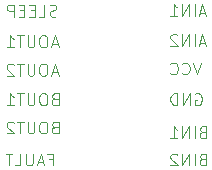
<source format=gbo>
G04 #@! TF.GenerationSoftware,KiCad,Pcbnew,9.0.1*
G04 #@! TF.CreationDate,2025-08-23T10:31:58+05:00*
G04 #@! TF.ProjectId,motor_driver,6d6f746f-725f-4647-9269-7665722e6b69,rev?*
G04 #@! TF.SameCoordinates,Original*
G04 #@! TF.FileFunction,Legend,Bot*
G04 #@! TF.FilePolarity,Positive*
%FSLAX46Y46*%
G04 Gerber Fmt 4.6, Leading zero omitted, Abs format (unit mm)*
G04 Created by KiCad (PCBNEW 9.0.1) date 2025-08-23 10:31:58*
%MOMM*%
%LPD*%
G01*
G04 APERTURE LIST*
%ADD10C,0.100000*%
%ADD11R,1.700000X1.700000*%
%ADD12C,1.700000*%
G04 APERTURE END LIST*
D10*
X166738972Y-102248609D02*
X166596115Y-102296228D01*
X166596115Y-102296228D02*
X166548496Y-102343847D01*
X166548496Y-102343847D02*
X166500877Y-102439085D01*
X166500877Y-102439085D02*
X166500877Y-102581942D01*
X166500877Y-102581942D02*
X166548496Y-102677180D01*
X166548496Y-102677180D02*
X166596115Y-102724800D01*
X166596115Y-102724800D02*
X166691353Y-102772419D01*
X166691353Y-102772419D02*
X167072305Y-102772419D01*
X167072305Y-102772419D02*
X167072305Y-101772419D01*
X167072305Y-101772419D02*
X166738972Y-101772419D01*
X166738972Y-101772419D02*
X166643734Y-101820038D01*
X166643734Y-101820038D02*
X166596115Y-101867657D01*
X166596115Y-101867657D02*
X166548496Y-101962895D01*
X166548496Y-101962895D02*
X166548496Y-102058133D01*
X166548496Y-102058133D02*
X166596115Y-102153371D01*
X166596115Y-102153371D02*
X166643734Y-102200990D01*
X166643734Y-102200990D02*
X166738972Y-102248609D01*
X166738972Y-102248609D02*
X167072305Y-102248609D01*
X166072305Y-102772419D02*
X166072305Y-101772419D01*
X165596115Y-102772419D02*
X165596115Y-101772419D01*
X165596115Y-101772419D02*
X165024687Y-102772419D01*
X165024687Y-102772419D02*
X165024687Y-101772419D01*
X164596115Y-101867657D02*
X164548496Y-101820038D01*
X164548496Y-101820038D02*
X164453258Y-101772419D01*
X164453258Y-101772419D02*
X164215163Y-101772419D01*
X164215163Y-101772419D02*
X164119925Y-101820038D01*
X164119925Y-101820038D02*
X164072306Y-101867657D01*
X164072306Y-101867657D02*
X164024687Y-101962895D01*
X164024687Y-101962895D02*
X164024687Y-102058133D01*
X164024687Y-102058133D02*
X164072306Y-102200990D01*
X164072306Y-102200990D02*
X164643734Y-102772419D01*
X164643734Y-102772419D02*
X164024687Y-102772419D01*
X166738972Y-99948609D02*
X166596115Y-99996228D01*
X166596115Y-99996228D02*
X166548496Y-100043847D01*
X166548496Y-100043847D02*
X166500877Y-100139085D01*
X166500877Y-100139085D02*
X166500877Y-100281942D01*
X166500877Y-100281942D02*
X166548496Y-100377180D01*
X166548496Y-100377180D02*
X166596115Y-100424800D01*
X166596115Y-100424800D02*
X166691353Y-100472419D01*
X166691353Y-100472419D02*
X167072305Y-100472419D01*
X167072305Y-100472419D02*
X167072305Y-99472419D01*
X167072305Y-99472419D02*
X166738972Y-99472419D01*
X166738972Y-99472419D02*
X166643734Y-99520038D01*
X166643734Y-99520038D02*
X166596115Y-99567657D01*
X166596115Y-99567657D02*
X166548496Y-99662895D01*
X166548496Y-99662895D02*
X166548496Y-99758133D01*
X166548496Y-99758133D02*
X166596115Y-99853371D01*
X166596115Y-99853371D02*
X166643734Y-99900990D01*
X166643734Y-99900990D02*
X166738972Y-99948609D01*
X166738972Y-99948609D02*
X167072305Y-99948609D01*
X166072305Y-100472419D02*
X166072305Y-99472419D01*
X165596115Y-100472419D02*
X165596115Y-99472419D01*
X165596115Y-99472419D02*
X165024687Y-100472419D01*
X165024687Y-100472419D02*
X165024687Y-99472419D01*
X164024687Y-100472419D02*
X164596115Y-100472419D01*
X164310401Y-100472419D02*
X164310401Y-99472419D01*
X164310401Y-99472419D02*
X164405639Y-99615276D01*
X164405639Y-99615276D02*
X164500877Y-99710514D01*
X164500877Y-99710514D02*
X164596115Y-99758133D01*
X166119925Y-96720038D02*
X166215163Y-96672419D01*
X166215163Y-96672419D02*
X166358020Y-96672419D01*
X166358020Y-96672419D02*
X166500877Y-96720038D01*
X166500877Y-96720038D02*
X166596115Y-96815276D01*
X166596115Y-96815276D02*
X166643734Y-96910514D01*
X166643734Y-96910514D02*
X166691353Y-97100990D01*
X166691353Y-97100990D02*
X166691353Y-97243847D01*
X166691353Y-97243847D02*
X166643734Y-97434323D01*
X166643734Y-97434323D02*
X166596115Y-97529561D01*
X166596115Y-97529561D02*
X166500877Y-97624800D01*
X166500877Y-97624800D02*
X166358020Y-97672419D01*
X166358020Y-97672419D02*
X166262782Y-97672419D01*
X166262782Y-97672419D02*
X166119925Y-97624800D01*
X166119925Y-97624800D02*
X166072306Y-97577180D01*
X166072306Y-97577180D02*
X166072306Y-97243847D01*
X166072306Y-97243847D02*
X166262782Y-97243847D01*
X165643734Y-97672419D02*
X165643734Y-96672419D01*
X165643734Y-96672419D02*
X165072306Y-97672419D01*
X165072306Y-97672419D02*
X165072306Y-96672419D01*
X164596115Y-97672419D02*
X164596115Y-96672419D01*
X164596115Y-96672419D02*
X164358020Y-96672419D01*
X164358020Y-96672419D02*
X164215163Y-96720038D01*
X164215163Y-96720038D02*
X164119925Y-96815276D01*
X164119925Y-96815276D02*
X164072306Y-96910514D01*
X164072306Y-96910514D02*
X164024687Y-97100990D01*
X164024687Y-97100990D02*
X164024687Y-97243847D01*
X164024687Y-97243847D02*
X164072306Y-97434323D01*
X164072306Y-97434323D02*
X164119925Y-97529561D01*
X164119925Y-97529561D02*
X164215163Y-97624800D01*
X164215163Y-97624800D02*
X164358020Y-97672419D01*
X164358020Y-97672419D02*
X164596115Y-97672419D01*
X166596115Y-94072419D02*
X166262782Y-95072419D01*
X166262782Y-95072419D02*
X165929449Y-94072419D01*
X165024687Y-94977180D02*
X165072306Y-95024800D01*
X165072306Y-95024800D02*
X165215163Y-95072419D01*
X165215163Y-95072419D02*
X165310401Y-95072419D01*
X165310401Y-95072419D02*
X165453258Y-95024800D01*
X165453258Y-95024800D02*
X165548496Y-94929561D01*
X165548496Y-94929561D02*
X165596115Y-94834323D01*
X165596115Y-94834323D02*
X165643734Y-94643847D01*
X165643734Y-94643847D02*
X165643734Y-94500990D01*
X165643734Y-94500990D02*
X165596115Y-94310514D01*
X165596115Y-94310514D02*
X165548496Y-94215276D01*
X165548496Y-94215276D02*
X165453258Y-94120038D01*
X165453258Y-94120038D02*
X165310401Y-94072419D01*
X165310401Y-94072419D02*
X165215163Y-94072419D01*
X165215163Y-94072419D02*
X165072306Y-94120038D01*
X165072306Y-94120038D02*
X165024687Y-94167657D01*
X164024687Y-94977180D02*
X164072306Y-95024800D01*
X164072306Y-95024800D02*
X164215163Y-95072419D01*
X164215163Y-95072419D02*
X164310401Y-95072419D01*
X164310401Y-95072419D02*
X164453258Y-95024800D01*
X164453258Y-95024800D02*
X164548496Y-94929561D01*
X164548496Y-94929561D02*
X164596115Y-94834323D01*
X164596115Y-94834323D02*
X164643734Y-94643847D01*
X164643734Y-94643847D02*
X164643734Y-94500990D01*
X164643734Y-94500990D02*
X164596115Y-94310514D01*
X164596115Y-94310514D02*
X164548496Y-94215276D01*
X164548496Y-94215276D02*
X164453258Y-94120038D01*
X164453258Y-94120038D02*
X164310401Y-94072419D01*
X164310401Y-94072419D02*
X164215163Y-94072419D01*
X164215163Y-94072419D02*
X164072306Y-94120038D01*
X164072306Y-94120038D02*
X164024687Y-94167657D01*
X166977067Y-92386704D02*
X166500877Y-92386704D01*
X167072305Y-92672419D02*
X166738972Y-91672419D01*
X166738972Y-91672419D02*
X166405639Y-92672419D01*
X166072305Y-92672419D02*
X166072305Y-91672419D01*
X165596115Y-92672419D02*
X165596115Y-91672419D01*
X165596115Y-91672419D02*
X165024687Y-92672419D01*
X165024687Y-92672419D02*
X165024687Y-91672419D01*
X164596115Y-91767657D02*
X164548496Y-91720038D01*
X164548496Y-91720038D02*
X164453258Y-91672419D01*
X164453258Y-91672419D02*
X164215163Y-91672419D01*
X164215163Y-91672419D02*
X164119925Y-91720038D01*
X164119925Y-91720038D02*
X164072306Y-91767657D01*
X164072306Y-91767657D02*
X164024687Y-91862895D01*
X164024687Y-91862895D02*
X164024687Y-91958133D01*
X164024687Y-91958133D02*
X164072306Y-92100990D01*
X164072306Y-92100990D02*
X164643734Y-92672419D01*
X164643734Y-92672419D02*
X164024687Y-92672419D01*
X166977067Y-89836704D02*
X166500877Y-89836704D01*
X167072305Y-90122419D02*
X166738972Y-89122419D01*
X166738972Y-89122419D02*
X166405639Y-90122419D01*
X166072305Y-90122419D02*
X166072305Y-89122419D01*
X165596115Y-90122419D02*
X165596115Y-89122419D01*
X165596115Y-89122419D02*
X165024687Y-90122419D01*
X165024687Y-90122419D02*
X165024687Y-89122419D01*
X164024687Y-90122419D02*
X164596115Y-90122419D01*
X164310401Y-90122419D02*
X164310401Y-89122419D01*
X164310401Y-89122419D02*
X164405639Y-89265276D01*
X164405639Y-89265276D02*
X164500877Y-89360514D01*
X164500877Y-89360514D02*
X164596115Y-89408133D01*
X153738973Y-102248609D02*
X154072306Y-102248609D01*
X154072306Y-102772419D02*
X154072306Y-101772419D01*
X154072306Y-101772419D02*
X153596116Y-101772419D01*
X153262782Y-102486704D02*
X152786592Y-102486704D01*
X153358020Y-102772419D02*
X153024687Y-101772419D01*
X153024687Y-101772419D02*
X152691354Y-102772419D01*
X152358020Y-101772419D02*
X152358020Y-102581942D01*
X152358020Y-102581942D02*
X152310401Y-102677180D01*
X152310401Y-102677180D02*
X152262782Y-102724800D01*
X152262782Y-102724800D02*
X152167544Y-102772419D01*
X152167544Y-102772419D02*
X151977068Y-102772419D01*
X151977068Y-102772419D02*
X151881830Y-102724800D01*
X151881830Y-102724800D02*
X151834211Y-102677180D01*
X151834211Y-102677180D02*
X151786592Y-102581942D01*
X151786592Y-102581942D02*
X151786592Y-101772419D01*
X150834211Y-102772419D02*
X151310401Y-102772419D01*
X151310401Y-102772419D02*
X151310401Y-101772419D01*
X150643734Y-101772419D02*
X150072306Y-101772419D01*
X150358020Y-102772419D02*
X150358020Y-101772419D01*
X154215163Y-97148609D02*
X154072306Y-97196228D01*
X154072306Y-97196228D02*
X154024687Y-97243847D01*
X154024687Y-97243847D02*
X153977068Y-97339085D01*
X153977068Y-97339085D02*
X153977068Y-97481942D01*
X153977068Y-97481942D02*
X154024687Y-97577180D01*
X154024687Y-97577180D02*
X154072306Y-97624800D01*
X154072306Y-97624800D02*
X154167544Y-97672419D01*
X154167544Y-97672419D02*
X154548496Y-97672419D01*
X154548496Y-97672419D02*
X154548496Y-96672419D01*
X154548496Y-96672419D02*
X154215163Y-96672419D01*
X154215163Y-96672419D02*
X154119925Y-96720038D01*
X154119925Y-96720038D02*
X154072306Y-96767657D01*
X154072306Y-96767657D02*
X154024687Y-96862895D01*
X154024687Y-96862895D02*
X154024687Y-96958133D01*
X154024687Y-96958133D02*
X154072306Y-97053371D01*
X154072306Y-97053371D02*
X154119925Y-97100990D01*
X154119925Y-97100990D02*
X154215163Y-97148609D01*
X154215163Y-97148609D02*
X154548496Y-97148609D01*
X153358020Y-96672419D02*
X153167544Y-96672419D01*
X153167544Y-96672419D02*
X153072306Y-96720038D01*
X153072306Y-96720038D02*
X152977068Y-96815276D01*
X152977068Y-96815276D02*
X152929449Y-97005752D01*
X152929449Y-97005752D02*
X152929449Y-97339085D01*
X152929449Y-97339085D02*
X152977068Y-97529561D01*
X152977068Y-97529561D02*
X153072306Y-97624800D01*
X153072306Y-97624800D02*
X153167544Y-97672419D01*
X153167544Y-97672419D02*
X153358020Y-97672419D01*
X153358020Y-97672419D02*
X153453258Y-97624800D01*
X153453258Y-97624800D02*
X153548496Y-97529561D01*
X153548496Y-97529561D02*
X153596115Y-97339085D01*
X153596115Y-97339085D02*
X153596115Y-97005752D01*
X153596115Y-97005752D02*
X153548496Y-96815276D01*
X153548496Y-96815276D02*
X153453258Y-96720038D01*
X153453258Y-96720038D02*
X153358020Y-96672419D01*
X152500877Y-96672419D02*
X152500877Y-97481942D01*
X152500877Y-97481942D02*
X152453258Y-97577180D01*
X152453258Y-97577180D02*
X152405639Y-97624800D01*
X152405639Y-97624800D02*
X152310401Y-97672419D01*
X152310401Y-97672419D02*
X152119925Y-97672419D01*
X152119925Y-97672419D02*
X152024687Y-97624800D01*
X152024687Y-97624800D02*
X151977068Y-97577180D01*
X151977068Y-97577180D02*
X151929449Y-97481942D01*
X151929449Y-97481942D02*
X151929449Y-96672419D01*
X151596115Y-96672419D02*
X151024687Y-96672419D01*
X151310401Y-97672419D02*
X151310401Y-96672419D01*
X150167544Y-97672419D02*
X150738972Y-97672419D01*
X150453258Y-97672419D02*
X150453258Y-96672419D01*
X150453258Y-96672419D02*
X150548496Y-96815276D01*
X150548496Y-96815276D02*
X150643734Y-96910514D01*
X150643734Y-96910514D02*
X150738972Y-96958133D01*
X154215163Y-99548609D02*
X154072306Y-99596228D01*
X154072306Y-99596228D02*
X154024687Y-99643847D01*
X154024687Y-99643847D02*
X153977068Y-99739085D01*
X153977068Y-99739085D02*
X153977068Y-99881942D01*
X153977068Y-99881942D02*
X154024687Y-99977180D01*
X154024687Y-99977180D02*
X154072306Y-100024800D01*
X154072306Y-100024800D02*
X154167544Y-100072419D01*
X154167544Y-100072419D02*
X154548496Y-100072419D01*
X154548496Y-100072419D02*
X154548496Y-99072419D01*
X154548496Y-99072419D02*
X154215163Y-99072419D01*
X154215163Y-99072419D02*
X154119925Y-99120038D01*
X154119925Y-99120038D02*
X154072306Y-99167657D01*
X154072306Y-99167657D02*
X154024687Y-99262895D01*
X154024687Y-99262895D02*
X154024687Y-99358133D01*
X154024687Y-99358133D02*
X154072306Y-99453371D01*
X154072306Y-99453371D02*
X154119925Y-99500990D01*
X154119925Y-99500990D02*
X154215163Y-99548609D01*
X154215163Y-99548609D02*
X154548496Y-99548609D01*
X153358020Y-99072419D02*
X153167544Y-99072419D01*
X153167544Y-99072419D02*
X153072306Y-99120038D01*
X153072306Y-99120038D02*
X152977068Y-99215276D01*
X152977068Y-99215276D02*
X152929449Y-99405752D01*
X152929449Y-99405752D02*
X152929449Y-99739085D01*
X152929449Y-99739085D02*
X152977068Y-99929561D01*
X152977068Y-99929561D02*
X153072306Y-100024800D01*
X153072306Y-100024800D02*
X153167544Y-100072419D01*
X153167544Y-100072419D02*
X153358020Y-100072419D01*
X153358020Y-100072419D02*
X153453258Y-100024800D01*
X153453258Y-100024800D02*
X153548496Y-99929561D01*
X153548496Y-99929561D02*
X153596115Y-99739085D01*
X153596115Y-99739085D02*
X153596115Y-99405752D01*
X153596115Y-99405752D02*
X153548496Y-99215276D01*
X153548496Y-99215276D02*
X153453258Y-99120038D01*
X153453258Y-99120038D02*
X153358020Y-99072419D01*
X152500877Y-99072419D02*
X152500877Y-99881942D01*
X152500877Y-99881942D02*
X152453258Y-99977180D01*
X152453258Y-99977180D02*
X152405639Y-100024800D01*
X152405639Y-100024800D02*
X152310401Y-100072419D01*
X152310401Y-100072419D02*
X152119925Y-100072419D01*
X152119925Y-100072419D02*
X152024687Y-100024800D01*
X152024687Y-100024800D02*
X151977068Y-99977180D01*
X151977068Y-99977180D02*
X151929449Y-99881942D01*
X151929449Y-99881942D02*
X151929449Y-99072419D01*
X151596115Y-99072419D02*
X151024687Y-99072419D01*
X151310401Y-100072419D02*
X151310401Y-99072419D01*
X150738972Y-99167657D02*
X150691353Y-99120038D01*
X150691353Y-99120038D02*
X150596115Y-99072419D01*
X150596115Y-99072419D02*
X150358020Y-99072419D01*
X150358020Y-99072419D02*
X150262782Y-99120038D01*
X150262782Y-99120038D02*
X150215163Y-99167657D01*
X150215163Y-99167657D02*
X150167544Y-99262895D01*
X150167544Y-99262895D02*
X150167544Y-99358133D01*
X150167544Y-99358133D02*
X150215163Y-99500990D01*
X150215163Y-99500990D02*
X150786591Y-100072419D01*
X150786591Y-100072419D02*
X150167544Y-100072419D01*
X154453258Y-94886704D02*
X153977068Y-94886704D01*
X154548496Y-95172419D02*
X154215163Y-94172419D01*
X154215163Y-94172419D02*
X153881830Y-95172419D01*
X153358020Y-94172419D02*
X153167544Y-94172419D01*
X153167544Y-94172419D02*
X153072306Y-94220038D01*
X153072306Y-94220038D02*
X152977068Y-94315276D01*
X152977068Y-94315276D02*
X152929449Y-94505752D01*
X152929449Y-94505752D02*
X152929449Y-94839085D01*
X152929449Y-94839085D02*
X152977068Y-95029561D01*
X152977068Y-95029561D02*
X153072306Y-95124800D01*
X153072306Y-95124800D02*
X153167544Y-95172419D01*
X153167544Y-95172419D02*
X153358020Y-95172419D01*
X153358020Y-95172419D02*
X153453258Y-95124800D01*
X153453258Y-95124800D02*
X153548496Y-95029561D01*
X153548496Y-95029561D02*
X153596115Y-94839085D01*
X153596115Y-94839085D02*
X153596115Y-94505752D01*
X153596115Y-94505752D02*
X153548496Y-94315276D01*
X153548496Y-94315276D02*
X153453258Y-94220038D01*
X153453258Y-94220038D02*
X153358020Y-94172419D01*
X152500877Y-94172419D02*
X152500877Y-94981942D01*
X152500877Y-94981942D02*
X152453258Y-95077180D01*
X152453258Y-95077180D02*
X152405639Y-95124800D01*
X152405639Y-95124800D02*
X152310401Y-95172419D01*
X152310401Y-95172419D02*
X152119925Y-95172419D01*
X152119925Y-95172419D02*
X152024687Y-95124800D01*
X152024687Y-95124800D02*
X151977068Y-95077180D01*
X151977068Y-95077180D02*
X151929449Y-94981942D01*
X151929449Y-94981942D02*
X151929449Y-94172419D01*
X151596115Y-94172419D02*
X151024687Y-94172419D01*
X151310401Y-95172419D02*
X151310401Y-94172419D01*
X150738972Y-94267657D02*
X150691353Y-94220038D01*
X150691353Y-94220038D02*
X150596115Y-94172419D01*
X150596115Y-94172419D02*
X150358020Y-94172419D01*
X150358020Y-94172419D02*
X150262782Y-94220038D01*
X150262782Y-94220038D02*
X150215163Y-94267657D01*
X150215163Y-94267657D02*
X150167544Y-94362895D01*
X150167544Y-94362895D02*
X150167544Y-94458133D01*
X150167544Y-94458133D02*
X150215163Y-94600990D01*
X150215163Y-94600990D02*
X150786591Y-95172419D01*
X150786591Y-95172419D02*
X150167544Y-95172419D01*
X154453258Y-92486704D02*
X153977068Y-92486704D01*
X154548496Y-92772419D02*
X154215163Y-91772419D01*
X154215163Y-91772419D02*
X153881830Y-92772419D01*
X153358020Y-91772419D02*
X153167544Y-91772419D01*
X153167544Y-91772419D02*
X153072306Y-91820038D01*
X153072306Y-91820038D02*
X152977068Y-91915276D01*
X152977068Y-91915276D02*
X152929449Y-92105752D01*
X152929449Y-92105752D02*
X152929449Y-92439085D01*
X152929449Y-92439085D02*
X152977068Y-92629561D01*
X152977068Y-92629561D02*
X153072306Y-92724800D01*
X153072306Y-92724800D02*
X153167544Y-92772419D01*
X153167544Y-92772419D02*
X153358020Y-92772419D01*
X153358020Y-92772419D02*
X153453258Y-92724800D01*
X153453258Y-92724800D02*
X153548496Y-92629561D01*
X153548496Y-92629561D02*
X153596115Y-92439085D01*
X153596115Y-92439085D02*
X153596115Y-92105752D01*
X153596115Y-92105752D02*
X153548496Y-91915276D01*
X153548496Y-91915276D02*
X153453258Y-91820038D01*
X153453258Y-91820038D02*
X153358020Y-91772419D01*
X152500877Y-91772419D02*
X152500877Y-92581942D01*
X152500877Y-92581942D02*
X152453258Y-92677180D01*
X152453258Y-92677180D02*
X152405639Y-92724800D01*
X152405639Y-92724800D02*
X152310401Y-92772419D01*
X152310401Y-92772419D02*
X152119925Y-92772419D01*
X152119925Y-92772419D02*
X152024687Y-92724800D01*
X152024687Y-92724800D02*
X151977068Y-92677180D01*
X151977068Y-92677180D02*
X151929449Y-92581942D01*
X151929449Y-92581942D02*
X151929449Y-91772419D01*
X151596115Y-91772419D02*
X151024687Y-91772419D01*
X151310401Y-92772419D02*
X151310401Y-91772419D01*
X150167544Y-92772419D02*
X150738972Y-92772419D01*
X150453258Y-92772419D02*
X150453258Y-91772419D01*
X150453258Y-91772419D02*
X150548496Y-91915276D01*
X150548496Y-91915276D02*
X150643734Y-92010514D01*
X150643734Y-92010514D02*
X150738972Y-92058133D01*
X154358020Y-90124800D02*
X154215163Y-90172419D01*
X154215163Y-90172419D02*
X153977068Y-90172419D01*
X153977068Y-90172419D02*
X153881830Y-90124800D01*
X153881830Y-90124800D02*
X153834211Y-90077180D01*
X153834211Y-90077180D02*
X153786592Y-89981942D01*
X153786592Y-89981942D02*
X153786592Y-89886704D01*
X153786592Y-89886704D02*
X153834211Y-89791466D01*
X153834211Y-89791466D02*
X153881830Y-89743847D01*
X153881830Y-89743847D02*
X153977068Y-89696228D01*
X153977068Y-89696228D02*
X154167544Y-89648609D01*
X154167544Y-89648609D02*
X154262782Y-89600990D01*
X154262782Y-89600990D02*
X154310401Y-89553371D01*
X154310401Y-89553371D02*
X154358020Y-89458133D01*
X154358020Y-89458133D02*
X154358020Y-89362895D01*
X154358020Y-89362895D02*
X154310401Y-89267657D01*
X154310401Y-89267657D02*
X154262782Y-89220038D01*
X154262782Y-89220038D02*
X154167544Y-89172419D01*
X154167544Y-89172419D02*
X153929449Y-89172419D01*
X153929449Y-89172419D02*
X153786592Y-89220038D01*
X152881830Y-90172419D02*
X153358020Y-90172419D01*
X153358020Y-90172419D02*
X153358020Y-89172419D01*
X152548496Y-89648609D02*
X152215163Y-89648609D01*
X152072306Y-90172419D02*
X152548496Y-90172419D01*
X152548496Y-90172419D02*
X152548496Y-89172419D01*
X152548496Y-89172419D02*
X152072306Y-89172419D01*
X151643734Y-89648609D02*
X151310401Y-89648609D01*
X151167544Y-90172419D02*
X151643734Y-90172419D01*
X151643734Y-90172419D02*
X151643734Y-89172419D01*
X151643734Y-89172419D02*
X151167544Y-89172419D01*
X150738972Y-90172419D02*
X150738972Y-89172419D01*
X150738972Y-89172419D02*
X150358020Y-89172419D01*
X150358020Y-89172419D02*
X150262782Y-89220038D01*
X150262782Y-89220038D02*
X150215163Y-89267657D01*
X150215163Y-89267657D02*
X150167544Y-89362895D01*
X150167544Y-89362895D02*
X150167544Y-89505752D01*
X150167544Y-89505752D02*
X150215163Y-89600990D01*
X150215163Y-89600990D02*
X150262782Y-89648609D01*
X150262782Y-89648609D02*
X150358020Y-89696228D01*
X150358020Y-89696228D02*
X150738972Y-89696228D01*
%LPC*%
D11*
X148450000Y-89540000D03*
D12*
X148450000Y-92080000D03*
X148450000Y-94620000D03*
X148450000Y-97160000D03*
X148450000Y-99700000D03*
X148450000Y-102240000D03*
D11*
X168950000Y-89520000D03*
D12*
X168950000Y-92060000D03*
X168950000Y-94600000D03*
X168950000Y-97140000D03*
X168950000Y-99680000D03*
X168950000Y-102220000D03*
%LPD*%
M02*

</source>
